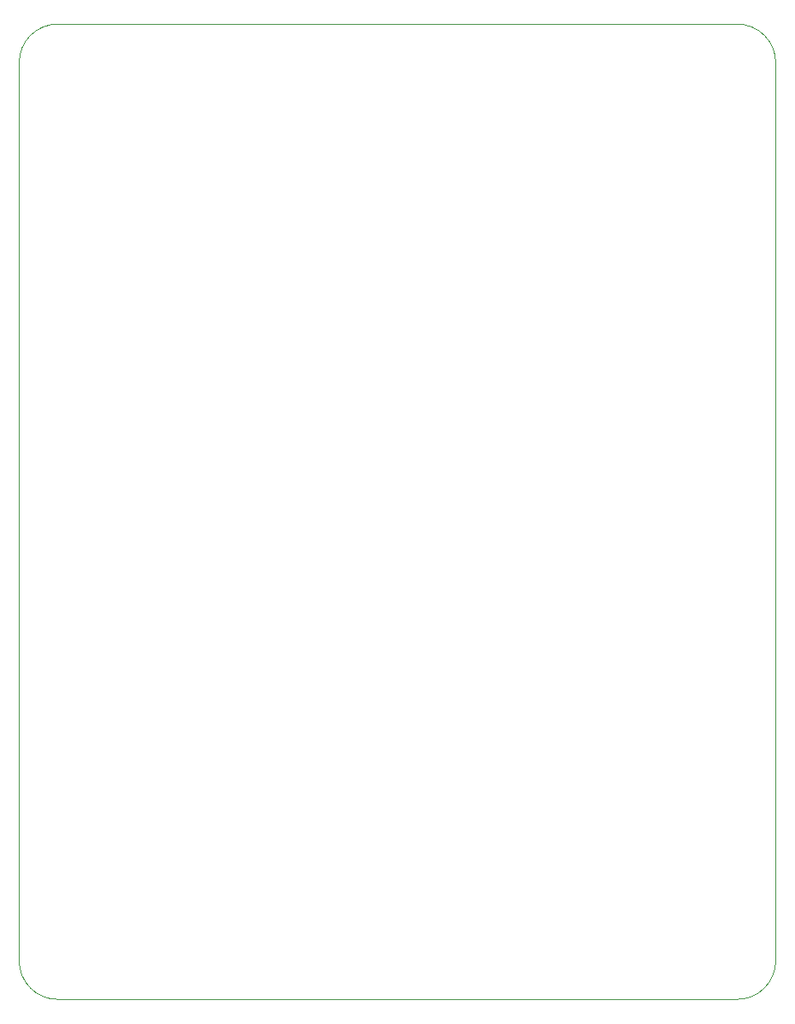
<source format=gbr>
%TF.GenerationSoftware,KiCad,Pcbnew,(5.1.10)-1*%
%TF.CreationDate,2021-09-07T15:33:10+07:00*%
%TF.ProjectId,Untitled Factory,556e7469-746c-4656-9420-466163746f72,rev?*%
%TF.SameCoordinates,Original*%
%TF.FileFunction,Profile,NP*%
%FSLAX46Y46*%
G04 Gerber Fmt 4.6, Leading zero omitted, Abs format (unit mm)*
G04 Created by KiCad (PCBNEW (5.1.10)-1) date 2021-09-07 15:33:10*
%MOMM*%
%LPD*%
G01*
G04 APERTURE LIST*
%TA.AperFunction,Profile*%
%ADD10C,0.050000*%
%TD*%
G04 APERTURE END LIST*
D10*
X130810000Y-158750000D02*
G75*
G02*
X127000000Y-154940000I0J3810000D01*
G01*
X201930000Y-154940000D02*
G75*
G02*
X198120000Y-158750000I-3810000J0D01*
G01*
X198120000Y-62230000D02*
G75*
G02*
X201930000Y-66040000I0J-3810000D01*
G01*
X127000000Y-66040000D02*
G75*
G02*
X130810000Y-62230000I3810000J0D01*
G01*
X127000000Y-154940000D02*
X127000000Y-66040000D01*
X198120000Y-158750000D02*
X130810000Y-158750000D01*
X201930000Y-66040000D02*
X201930000Y-154940000D01*
X130810000Y-62230000D02*
X198120000Y-62230000D01*
M02*

</source>
